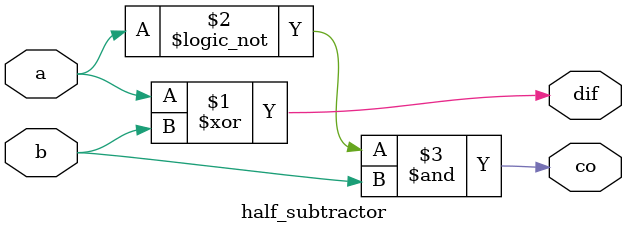
<source format=v>
module half_subtractor(a,b,dif,co);
  input a,b;
  output dif,co;
  assign dif = a^b;
  assign co = !a&b;
endmodule
</source>
